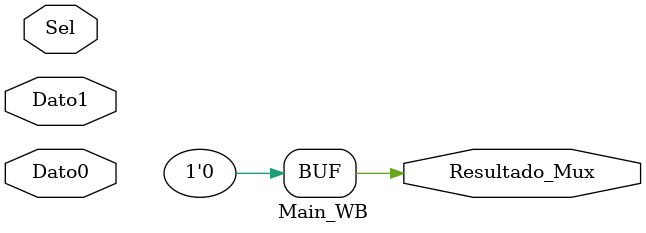
<source format=v>
`timescale 1ns / 1ps
module Main_WB(Dato1, Dato0, Sel, Resultado_Mux);
//-------------------------------------------Entradas-----------------------------------------//
	input Dato1;
	input Dato0;
	input Sel; //Esto debera verificarse por donde viene
//--------------------------------------------Salidas-----------------------------------------//
	output reg Resultado_Mux;
//---------------------------------------------Wires------------------------------------------//
//-------------------------------------------Registros----------------------------------------//
//-----------------------------------------Inicializacion-------------------------------------//
	initial
		begin
			Resultado_Mux = 0;
		end
//--------------------------------------Declaracion de Bloques--------------------------------//
	Mux_2in_1out MUX(Dato1, Dato0, Sel, Resultado_Mux);
//--------------------------------------------Logica------------------------------------------//

endmodule

</source>
